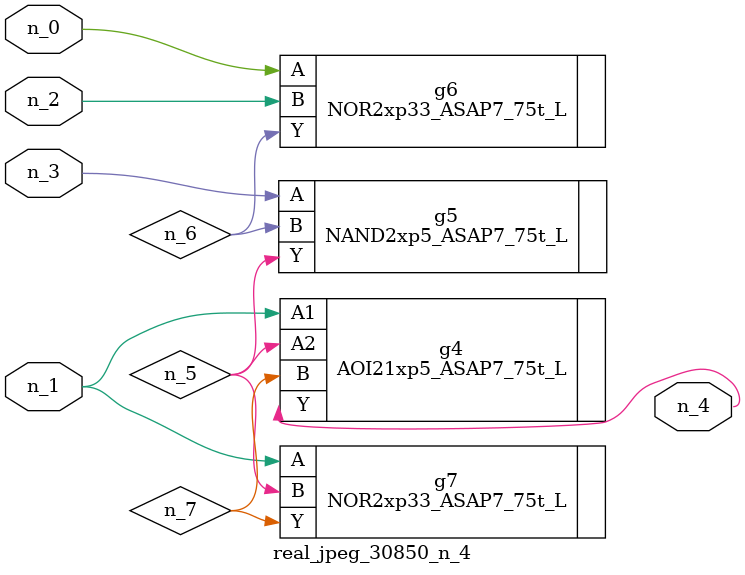
<source format=v>
module real_jpeg_30850_n_4 (n_3, n_1, n_0, n_2, n_4);

input n_3;
input n_1;
input n_0;
input n_2;

output n_4;

wire n_5;
wire n_6;
wire n_7;

NOR2xp33_ASAP7_75t_L g6 ( 
.A(n_0),
.B(n_2),
.Y(n_6)
);

AOI21xp5_ASAP7_75t_L g4 ( 
.A1(n_1),
.A2(n_5),
.B(n_7),
.Y(n_4)
);

NOR2xp33_ASAP7_75t_L g7 ( 
.A(n_1),
.B(n_5),
.Y(n_7)
);

NAND2xp5_ASAP7_75t_L g5 ( 
.A(n_3),
.B(n_6),
.Y(n_5)
);


endmodule
</source>
